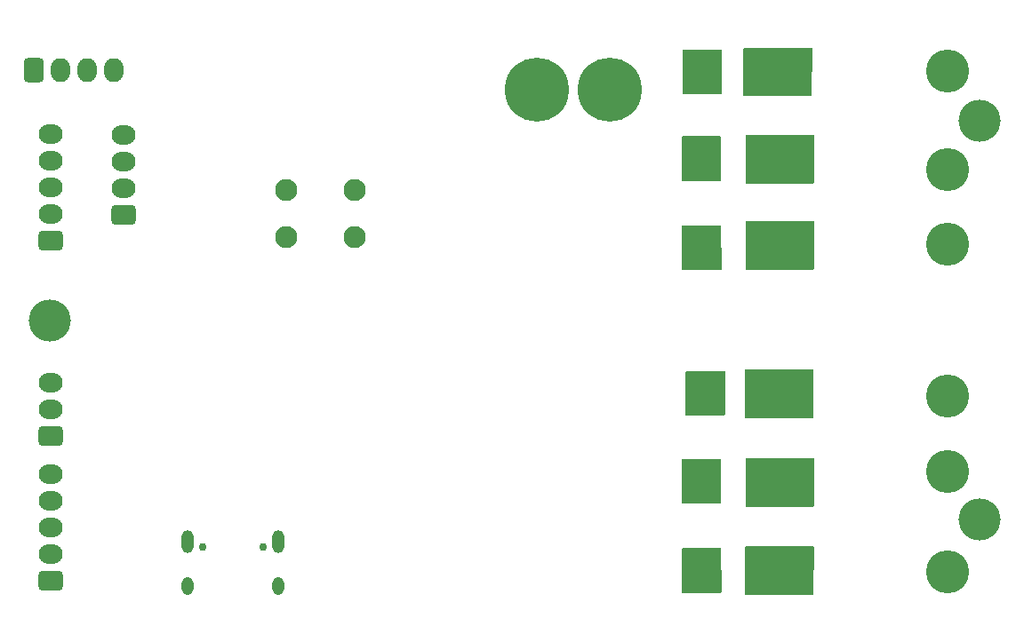
<source format=gbs>
G04 #@! TF.GenerationSoftware,KiCad,Pcbnew,6.0.0-rc2*
G04 #@! TF.CreationDate,2022-06-24T19:42:49-07:00*
G04 #@! TF.ProjectId,RP2040_motor,52503230-3430-45f6-9d6f-746f722e6b69,REV1*
G04 #@! TF.SameCoordinates,Original*
G04 #@! TF.FileFunction,Soldermask,Bot*
G04 #@! TF.FilePolarity,Negative*
%FSLAX46Y46*%
G04 Gerber Fmt 4.6, Leading zero omitted, Abs format (unit mm)*
G04 Created by KiCad (PCBNEW 6.0.0-rc2) date 2022-06-24 19:42:49*
%MOMM*%
%LPD*%
G01*
G04 APERTURE LIST*
G04 Aperture macros list*
%AMRoundRect*
0 Rectangle with rounded corners*
0 $1 Rounding radius*
0 $2 $3 $4 $5 $6 $7 $8 $9 X,Y pos of 4 corners*
0 Add a 4 corners polygon primitive as box body*
4,1,4,$2,$3,$4,$5,$6,$7,$8,$9,$2,$3,0*
0 Add four circle primitives for the rounded corners*
1,1,$1+$1,$2,$3*
1,1,$1+$1,$4,$5*
1,1,$1+$1,$6,$7*
1,1,$1+$1,$8,$9*
0 Add four rect primitives between the rounded corners*
20,1,$1+$1,$2,$3,$4,$5,0*
20,1,$1+$1,$4,$5,$6,$7,0*
20,1,$1+$1,$6,$7,$8,$9,0*
20,1,$1+$1,$8,$9,$2,$3,0*%
G04 Aperture macros list end*
%ADD10C,4.002000*%
%ADD11C,4.102000*%
%ADD12O,2.292000X1.842000*%
%ADD13RoundRect,0.301000X0.845000X-0.620000X0.845000X0.620000X-0.845000X0.620000X-0.845000X-0.620000X0*%
%ADD14C,2.102000*%
%ADD15C,6.102000*%
%ADD16RoundRect,0.301000X-0.620000X-0.845000X0.620000X-0.845000X0.620000X0.845000X-0.620000X0.845000X0*%
%ADD17O,1.842000X2.292000*%
%ADD18C,0.752000*%
%ADD19O,1.102000X2.202000*%
%ADD20O,1.102000X1.702000*%
G04 APERTURE END LIST*
D10*
X74000000Y-95000000D03*
X162510000Y-76000000D03*
X162510000Y-114000000D03*
D11*
X159500000Y-87750000D03*
D12*
X74100000Y-77240000D03*
X74100000Y-79780000D03*
X74100000Y-82320000D03*
X74100000Y-84860000D03*
D13*
X74100000Y-87400000D03*
X81050000Y-84960000D03*
D12*
X81050000Y-82420000D03*
X81050000Y-79880000D03*
X81050000Y-77340000D03*
D14*
X103000000Y-82600000D03*
X96500000Y-82600000D03*
X103000000Y-87100000D03*
X96500000Y-87100000D03*
D11*
X159500000Y-71250000D03*
D15*
X120350000Y-73000000D03*
D11*
X159500000Y-102250000D03*
D16*
X72490000Y-71200000D03*
D17*
X75030000Y-71200000D03*
X77570000Y-71200000D03*
X80110000Y-71200000D03*
D13*
X74100000Y-106000000D03*
D12*
X74100000Y-103460000D03*
X74100000Y-100920000D03*
X74100000Y-109690000D03*
X74100000Y-112230000D03*
X74100000Y-114770000D03*
X74100000Y-117310000D03*
D13*
X74100000Y-119850000D03*
D11*
X159500000Y-119000000D03*
X159500000Y-80600000D03*
X159500000Y-109400000D03*
D18*
X94290000Y-116645000D03*
X88510000Y-116645000D03*
D19*
X95720000Y-116145000D03*
X87080000Y-116145000D03*
D20*
X87080000Y-120325000D03*
X95720000Y-120325000D03*
D15*
X127350000Y-73000000D03*
G36*
X137906418Y-85970917D02*
G01*
X137942382Y-86020417D01*
X137947227Y-86050893D01*
X137952026Y-90116364D01*
X137933187Y-90174577D01*
X137883730Y-90210599D01*
X137853803Y-90215478D01*
X134294144Y-90243408D01*
X134235806Y-90224958D01*
X134199455Y-90175741D01*
X134194367Y-90144346D01*
X134197045Y-86050945D01*
X134215990Y-85992767D01*
X134265514Y-85956835D01*
X134296045Y-85952010D01*
X137848227Y-85952010D01*
X137906418Y-85970917D01*
G37*
G36*
X146783121Y-85543907D02*
G01*
X146819085Y-85593407D01*
X146823924Y-85625064D01*
X146776053Y-90077064D01*
X146756521Y-90135049D01*
X146706638Y-90170478D01*
X146677059Y-90175000D01*
X140374000Y-90175000D01*
X140315809Y-90156093D01*
X140279845Y-90106593D01*
X140275000Y-90076000D01*
X140275000Y-85624000D01*
X140293907Y-85565809D01*
X140343407Y-85529845D01*
X140374000Y-85525000D01*
X146724930Y-85525000D01*
X146783121Y-85543907D01*
G37*
G36*
X138256418Y-99845917D02*
G01*
X138292382Y-99895417D01*
X138297227Y-99925893D01*
X138302026Y-103991364D01*
X138283187Y-104049577D01*
X138233730Y-104085599D01*
X138203803Y-104090478D01*
X134644144Y-104118408D01*
X134585806Y-104099958D01*
X134549455Y-104050741D01*
X134544367Y-104019346D01*
X134547045Y-99925945D01*
X134565990Y-99867767D01*
X134615514Y-99831835D01*
X134646045Y-99827010D01*
X138198227Y-99827010D01*
X138256418Y-99845917D01*
G37*
G36*
X137881418Y-108220917D02*
G01*
X137917382Y-108270417D01*
X137922227Y-108300893D01*
X137927026Y-112366364D01*
X137908187Y-112424577D01*
X137858730Y-112460599D01*
X137828803Y-112465478D01*
X134269144Y-112493408D01*
X134210806Y-112474958D01*
X134174455Y-112425741D01*
X134169367Y-112394346D01*
X134172045Y-108300945D01*
X134190990Y-108242767D01*
X134240514Y-108206835D01*
X134271045Y-108202010D01*
X137823227Y-108202010D01*
X137881418Y-108220917D01*
G37*
G36*
X146708121Y-99693907D02*
G01*
X146744085Y-99743407D01*
X146748924Y-99775064D01*
X146701053Y-104227064D01*
X146681521Y-104285049D01*
X146631638Y-104320478D01*
X146602059Y-104325000D01*
X140299000Y-104325000D01*
X140240809Y-104306093D01*
X140204845Y-104256593D01*
X140200000Y-104226000D01*
X140200000Y-99774000D01*
X140218907Y-99715809D01*
X140268407Y-99679845D01*
X140299000Y-99675000D01*
X146649930Y-99675000D01*
X146708121Y-99693907D01*
G37*
G36*
X137984308Y-69193907D02*
G01*
X138020272Y-69243407D01*
X138025117Y-69273883D01*
X138029916Y-73339354D01*
X138011077Y-73397567D01*
X137961620Y-73433589D01*
X137931693Y-73438468D01*
X134372034Y-73466398D01*
X134313696Y-73447948D01*
X134277345Y-73398731D01*
X134272257Y-73367336D01*
X134274935Y-69273935D01*
X134293880Y-69215757D01*
X134343404Y-69179825D01*
X134373935Y-69175000D01*
X137926117Y-69175000D01*
X137984308Y-69193907D01*
G37*
G36*
X146783121Y-108168907D02*
G01*
X146819085Y-108218407D01*
X146823924Y-108250064D01*
X146776053Y-112702064D01*
X146756521Y-112760049D01*
X146706638Y-112795478D01*
X146677059Y-112800000D01*
X140374000Y-112800000D01*
X140315809Y-112781093D01*
X140279845Y-112731593D01*
X140275000Y-112701000D01*
X140275000Y-108249000D01*
X140293907Y-108190809D01*
X140343407Y-108154845D01*
X140374000Y-108150000D01*
X146724930Y-108150000D01*
X146783121Y-108168907D01*
G37*
G36*
X146558121Y-69018907D02*
G01*
X146594085Y-69068407D01*
X146598924Y-69100064D01*
X146551053Y-73552064D01*
X146531521Y-73610049D01*
X146481638Y-73645478D01*
X146452059Y-73650000D01*
X140149000Y-73650000D01*
X140090809Y-73631093D01*
X140054845Y-73581593D01*
X140050000Y-73551000D01*
X140050000Y-69099000D01*
X140068907Y-69040809D01*
X140118407Y-69004845D01*
X140149000Y-69000000D01*
X146499930Y-69000000D01*
X146558121Y-69018907D01*
G37*
G36*
X137906418Y-116745917D02*
G01*
X137942382Y-116795417D01*
X137947227Y-116825893D01*
X137952026Y-120891364D01*
X137933187Y-120949577D01*
X137883730Y-120985599D01*
X137853803Y-120990478D01*
X134294144Y-121018408D01*
X134235806Y-120999958D01*
X134199455Y-120950741D01*
X134194367Y-120919346D01*
X134197045Y-116825945D01*
X134215990Y-116767767D01*
X134265514Y-116731835D01*
X134296045Y-116727010D01*
X137848227Y-116727010D01*
X137906418Y-116745917D01*
G37*
G36*
X137881418Y-77470917D02*
G01*
X137917382Y-77520417D01*
X137922227Y-77550893D01*
X137927026Y-81616364D01*
X137908187Y-81674577D01*
X137858730Y-81710599D01*
X137828803Y-81715478D01*
X134269144Y-81743408D01*
X134210806Y-81724958D01*
X134174455Y-81675741D01*
X134169367Y-81644346D01*
X134172045Y-77550945D01*
X134190990Y-77492767D01*
X134240514Y-77456835D01*
X134271045Y-77452010D01*
X137823227Y-77452010D01*
X137881418Y-77470917D01*
G37*
G36*
X146733121Y-116543907D02*
G01*
X146769085Y-116593407D01*
X146773924Y-116625064D01*
X146726053Y-121077064D01*
X146706521Y-121135049D01*
X146656638Y-121170478D01*
X146627059Y-121175000D01*
X140324000Y-121175000D01*
X140265809Y-121156093D01*
X140229845Y-121106593D01*
X140225000Y-121076000D01*
X140225000Y-116624000D01*
X140243907Y-116565809D01*
X140293407Y-116529845D01*
X140324000Y-116525000D01*
X146674930Y-116525000D01*
X146733121Y-116543907D01*
G37*
G36*
X146783121Y-77343907D02*
G01*
X146819085Y-77393407D01*
X146823924Y-77425064D01*
X146776053Y-81877064D01*
X146756521Y-81935049D01*
X146706638Y-81970478D01*
X146677059Y-81975000D01*
X140374000Y-81975000D01*
X140315809Y-81956093D01*
X140279845Y-81906593D01*
X140275000Y-81876000D01*
X140275000Y-77424000D01*
X140293907Y-77365809D01*
X140343407Y-77329845D01*
X140374000Y-77325000D01*
X146724930Y-77325000D01*
X146783121Y-77343907D01*
G37*
G36*
X137945002Y-120988776D02*
G01*
X137945002Y-120990776D01*
X137943286Y-120991776D01*
X134203266Y-121021121D01*
X134203250Y-121019121D01*
X134203250Y-121018996D01*
X134203235Y-121017121D01*
X137943253Y-120987776D01*
X137943270Y-120987776D01*
X137945002Y-120988776D01*
G37*
G36*
X137920002Y-112463776D02*
G01*
X137920002Y-112465776D01*
X137918286Y-112466776D01*
X134178266Y-112496121D01*
X134178250Y-112494121D01*
X134178250Y-112493996D01*
X134178235Y-112492121D01*
X137918253Y-112462776D01*
X137918270Y-112462776D01*
X137920002Y-112463776D01*
G37*
G36*
X138295002Y-104088776D02*
G01*
X138295002Y-104090776D01*
X138293286Y-104091776D01*
X134553266Y-104121121D01*
X134553250Y-104119121D01*
X134553250Y-104118996D01*
X134553235Y-104117121D01*
X138293253Y-104087776D01*
X138293270Y-104087776D01*
X138295002Y-104088776D01*
G37*
G36*
X137945002Y-90213776D02*
G01*
X137945002Y-90215776D01*
X137943286Y-90216776D01*
X134203266Y-90246121D01*
X134203250Y-90244121D01*
X134203250Y-90243996D01*
X134203235Y-90242121D01*
X137943253Y-90212776D01*
X137943270Y-90212776D01*
X137945002Y-90213776D01*
G37*
G36*
X137920002Y-81713776D02*
G01*
X137920002Y-81715776D01*
X137918286Y-81716776D01*
X134178266Y-81746121D01*
X134178250Y-81744121D01*
X134178250Y-81743996D01*
X134178235Y-81742121D01*
X137918253Y-81712776D01*
X137918270Y-81712776D01*
X137920002Y-81713776D01*
G37*
G36*
X138022892Y-73436766D02*
G01*
X138022892Y-73438766D01*
X138021176Y-73439766D01*
X134281156Y-73469111D01*
X134281140Y-73467111D01*
X134281140Y-73466986D01*
X134281125Y-73465111D01*
X138021143Y-73435766D01*
X138021160Y-73435766D01*
X138022892Y-73436766D01*
G37*
M02*

</source>
